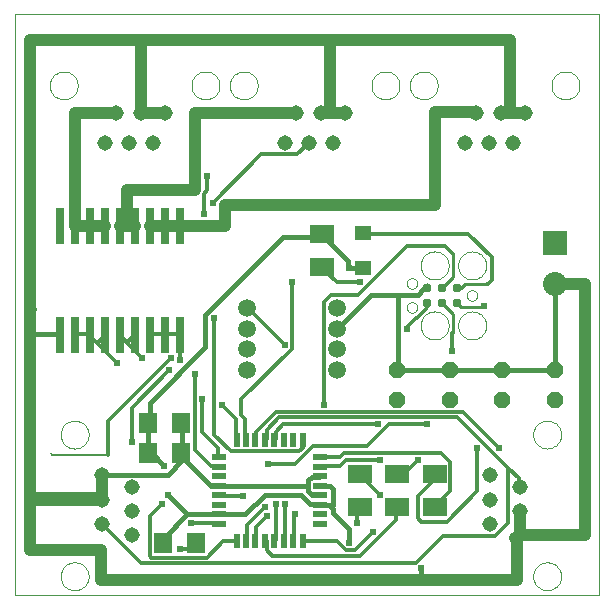
<source format=gbl>
G75*
G70*
%OFA0B0*%
%FSLAX24Y24*%
%IPPOS*%
%LPD*%
%AMOC8*
5,1,8,0,0,1.08239X$1,22.5*
%
%ADD10C,0.0000*%
%ADD11R,0.0500X0.0220*%
%ADD12R,0.0220X0.0500*%
%ADD13R,0.0787X0.0630*%
%ADD14OC8,0.0520*%
%ADD15R,0.0800X0.0800*%
%ADD16C,0.0800*%
%ADD17R,0.0630X0.0709*%
%ADD18C,0.0515*%
%ADD19C,0.0594*%
%ADD20C,0.0310*%
%ADD21R,0.0551X0.0472*%
%ADD22R,0.0260X0.1200*%
%ADD23C,0.0400*%
%ADD24C,0.0180*%
%ADD25C,0.0100*%
%ADD26C,0.0240*%
%ADD27C,0.0120*%
%ADD28C,0.0080*%
D10*
X000483Y000350D02*
X000483Y019721D01*
X019978Y019721D01*
X019978Y000350D01*
X000483Y000350D01*
X002018Y000988D02*
X002020Y001031D01*
X002026Y001073D01*
X002036Y001115D01*
X002049Y001156D01*
X002067Y001195D01*
X002088Y001233D01*
X002112Y001268D01*
X002139Y001301D01*
X002170Y001332D01*
X002203Y001359D01*
X002238Y001383D01*
X002276Y001404D01*
X002315Y001422D01*
X002356Y001435D01*
X002398Y001445D01*
X002440Y001451D01*
X002483Y001453D01*
X002526Y001451D01*
X002568Y001445D01*
X002610Y001435D01*
X002651Y001422D01*
X002690Y001404D01*
X002728Y001383D01*
X002763Y001359D01*
X002796Y001332D01*
X002827Y001301D01*
X002854Y001268D01*
X002878Y001233D01*
X002899Y001195D01*
X002917Y001156D01*
X002930Y001115D01*
X002940Y001073D01*
X002946Y001031D01*
X002948Y000988D01*
X002946Y000945D01*
X002940Y000903D01*
X002930Y000861D01*
X002917Y000820D01*
X002899Y000781D01*
X002878Y000743D01*
X002854Y000708D01*
X002827Y000675D01*
X002796Y000644D01*
X002763Y000617D01*
X002728Y000593D01*
X002690Y000572D01*
X002651Y000554D01*
X002610Y000541D01*
X002568Y000531D01*
X002526Y000525D01*
X002483Y000523D01*
X002440Y000525D01*
X002398Y000531D01*
X002356Y000541D01*
X002315Y000554D01*
X002276Y000572D01*
X002238Y000593D01*
X002203Y000617D01*
X002170Y000644D01*
X002139Y000675D01*
X002112Y000708D01*
X002088Y000743D01*
X002067Y000781D01*
X002049Y000820D01*
X002036Y000861D01*
X002026Y000903D01*
X002020Y000945D01*
X002018Y000988D01*
X002018Y005712D02*
X002020Y005755D01*
X002026Y005797D01*
X002036Y005839D01*
X002049Y005880D01*
X002067Y005919D01*
X002088Y005957D01*
X002112Y005992D01*
X002139Y006025D01*
X002170Y006056D01*
X002203Y006083D01*
X002238Y006107D01*
X002276Y006128D01*
X002315Y006146D01*
X002356Y006159D01*
X002398Y006169D01*
X002440Y006175D01*
X002483Y006177D01*
X002526Y006175D01*
X002568Y006169D01*
X002610Y006159D01*
X002651Y006146D01*
X002690Y006128D01*
X002728Y006107D01*
X002763Y006083D01*
X002796Y006056D01*
X002827Y006025D01*
X002854Y005992D01*
X002878Y005957D01*
X002899Y005919D01*
X002917Y005880D01*
X002930Y005839D01*
X002940Y005797D01*
X002946Y005755D01*
X002948Y005712D01*
X002946Y005669D01*
X002940Y005627D01*
X002930Y005585D01*
X002917Y005544D01*
X002899Y005505D01*
X002878Y005467D01*
X002854Y005432D01*
X002827Y005399D01*
X002796Y005368D01*
X002763Y005341D01*
X002728Y005317D01*
X002690Y005296D01*
X002651Y005278D01*
X002610Y005265D01*
X002568Y005255D01*
X002526Y005249D01*
X002483Y005247D01*
X002440Y005249D01*
X002398Y005255D01*
X002356Y005265D01*
X002315Y005278D01*
X002276Y005296D01*
X002238Y005317D01*
X002203Y005341D01*
X002170Y005368D01*
X002139Y005399D01*
X002112Y005432D01*
X002088Y005467D01*
X002067Y005505D01*
X002049Y005544D01*
X002036Y005585D01*
X002026Y005627D01*
X002020Y005669D01*
X002018Y005712D01*
X013558Y009950D02*
X013560Y009976D01*
X013566Y010002D01*
X013575Y010026D01*
X013588Y010049D01*
X013605Y010069D01*
X013624Y010087D01*
X013646Y010102D01*
X013669Y010113D01*
X013694Y010121D01*
X013720Y010125D01*
X013746Y010125D01*
X013772Y010121D01*
X013797Y010113D01*
X013821Y010102D01*
X013842Y010087D01*
X013861Y010069D01*
X013878Y010049D01*
X013891Y010026D01*
X013900Y010002D01*
X013906Y009976D01*
X013908Y009950D01*
X013906Y009924D01*
X013900Y009898D01*
X013891Y009874D01*
X013878Y009851D01*
X013861Y009831D01*
X013842Y009813D01*
X013820Y009798D01*
X013797Y009787D01*
X013772Y009779D01*
X013746Y009775D01*
X013720Y009775D01*
X013694Y009779D01*
X013669Y009787D01*
X013645Y009798D01*
X013624Y009813D01*
X013605Y009831D01*
X013588Y009851D01*
X013575Y009874D01*
X013566Y009898D01*
X013560Y009924D01*
X013558Y009950D01*
X013558Y010750D02*
X013560Y010776D01*
X013566Y010802D01*
X013575Y010826D01*
X013588Y010849D01*
X013605Y010869D01*
X013624Y010887D01*
X013646Y010902D01*
X013669Y010913D01*
X013694Y010921D01*
X013720Y010925D01*
X013746Y010925D01*
X013772Y010921D01*
X013797Y010913D01*
X013821Y010902D01*
X013842Y010887D01*
X013861Y010869D01*
X013878Y010849D01*
X013891Y010826D01*
X013900Y010802D01*
X013906Y010776D01*
X013908Y010750D01*
X013906Y010724D01*
X013900Y010698D01*
X013891Y010674D01*
X013878Y010651D01*
X013861Y010631D01*
X013842Y010613D01*
X013820Y010598D01*
X013797Y010587D01*
X013772Y010579D01*
X013746Y010575D01*
X013720Y010575D01*
X013694Y010579D01*
X013669Y010587D01*
X013645Y010598D01*
X013624Y010613D01*
X013605Y010631D01*
X013588Y010651D01*
X013575Y010674D01*
X013566Y010698D01*
X013560Y010724D01*
X013558Y010750D01*
X014016Y011350D02*
X014018Y011393D01*
X014024Y011436D01*
X014034Y011478D01*
X014048Y011519D01*
X014065Y011558D01*
X014086Y011596D01*
X014110Y011631D01*
X014138Y011665D01*
X014168Y011695D01*
X014202Y011723D01*
X014237Y011747D01*
X014275Y011768D01*
X014314Y011785D01*
X014355Y011799D01*
X014397Y011809D01*
X014440Y011815D01*
X014483Y011817D01*
X014526Y011815D01*
X014569Y011809D01*
X014611Y011799D01*
X014652Y011785D01*
X014691Y011768D01*
X014729Y011747D01*
X014764Y011723D01*
X014798Y011695D01*
X014828Y011665D01*
X014856Y011631D01*
X014880Y011596D01*
X014901Y011558D01*
X014918Y011519D01*
X014932Y011478D01*
X014942Y011436D01*
X014948Y011393D01*
X014950Y011350D01*
X014948Y011307D01*
X014942Y011264D01*
X014932Y011222D01*
X014918Y011181D01*
X014901Y011142D01*
X014880Y011104D01*
X014856Y011069D01*
X014828Y011035D01*
X014798Y011005D01*
X014764Y010977D01*
X014729Y010953D01*
X014691Y010932D01*
X014652Y010915D01*
X014611Y010901D01*
X014569Y010891D01*
X014526Y010885D01*
X014483Y010883D01*
X014440Y010885D01*
X014397Y010891D01*
X014355Y010901D01*
X014314Y010915D01*
X014275Y010932D01*
X014237Y010953D01*
X014202Y010977D01*
X014168Y011005D01*
X014138Y011035D01*
X014110Y011069D01*
X014086Y011104D01*
X014065Y011142D01*
X014048Y011181D01*
X014034Y011222D01*
X014024Y011264D01*
X014018Y011307D01*
X014016Y011350D01*
X015266Y011350D02*
X015268Y011393D01*
X015274Y011436D01*
X015284Y011478D01*
X015298Y011519D01*
X015315Y011558D01*
X015336Y011596D01*
X015360Y011631D01*
X015388Y011665D01*
X015418Y011695D01*
X015452Y011723D01*
X015487Y011747D01*
X015525Y011768D01*
X015564Y011785D01*
X015605Y011799D01*
X015647Y011809D01*
X015690Y011815D01*
X015733Y011817D01*
X015776Y011815D01*
X015819Y011809D01*
X015861Y011799D01*
X015902Y011785D01*
X015941Y011768D01*
X015979Y011747D01*
X016014Y011723D01*
X016048Y011695D01*
X016078Y011665D01*
X016106Y011631D01*
X016130Y011596D01*
X016151Y011558D01*
X016168Y011519D01*
X016182Y011478D01*
X016192Y011436D01*
X016198Y011393D01*
X016200Y011350D01*
X016198Y011307D01*
X016192Y011264D01*
X016182Y011222D01*
X016168Y011181D01*
X016151Y011142D01*
X016130Y011104D01*
X016106Y011069D01*
X016078Y011035D01*
X016048Y011005D01*
X016014Y010977D01*
X015979Y010953D01*
X015941Y010932D01*
X015902Y010915D01*
X015861Y010901D01*
X015819Y010891D01*
X015776Y010885D01*
X015733Y010883D01*
X015690Y010885D01*
X015647Y010891D01*
X015605Y010901D01*
X015564Y010915D01*
X015525Y010932D01*
X015487Y010953D01*
X015452Y010977D01*
X015418Y011005D01*
X015388Y011035D01*
X015360Y011069D01*
X015336Y011104D01*
X015315Y011142D01*
X015298Y011181D01*
X015284Y011222D01*
X015274Y011264D01*
X015268Y011307D01*
X015266Y011350D01*
X015558Y010350D02*
X015560Y010376D01*
X015566Y010402D01*
X015575Y010426D01*
X015588Y010449D01*
X015605Y010469D01*
X015624Y010487D01*
X015646Y010502D01*
X015669Y010513D01*
X015694Y010521D01*
X015720Y010525D01*
X015746Y010525D01*
X015772Y010521D01*
X015797Y010513D01*
X015821Y010502D01*
X015842Y010487D01*
X015861Y010469D01*
X015878Y010449D01*
X015891Y010426D01*
X015900Y010402D01*
X015906Y010376D01*
X015908Y010350D01*
X015906Y010324D01*
X015900Y010298D01*
X015891Y010274D01*
X015878Y010251D01*
X015861Y010231D01*
X015842Y010213D01*
X015820Y010198D01*
X015797Y010187D01*
X015772Y010179D01*
X015746Y010175D01*
X015720Y010175D01*
X015694Y010179D01*
X015669Y010187D01*
X015645Y010198D01*
X015624Y010213D01*
X015605Y010231D01*
X015588Y010251D01*
X015575Y010274D01*
X015566Y010298D01*
X015560Y010324D01*
X015558Y010350D01*
X015266Y009350D02*
X015268Y009393D01*
X015274Y009436D01*
X015284Y009478D01*
X015298Y009519D01*
X015315Y009558D01*
X015336Y009596D01*
X015360Y009631D01*
X015388Y009665D01*
X015418Y009695D01*
X015452Y009723D01*
X015487Y009747D01*
X015525Y009768D01*
X015564Y009785D01*
X015605Y009799D01*
X015647Y009809D01*
X015690Y009815D01*
X015733Y009817D01*
X015776Y009815D01*
X015819Y009809D01*
X015861Y009799D01*
X015902Y009785D01*
X015941Y009768D01*
X015979Y009747D01*
X016014Y009723D01*
X016048Y009695D01*
X016078Y009665D01*
X016106Y009631D01*
X016130Y009596D01*
X016151Y009558D01*
X016168Y009519D01*
X016182Y009478D01*
X016192Y009436D01*
X016198Y009393D01*
X016200Y009350D01*
X016198Y009307D01*
X016192Y009264D01*
X016182Y009222D01*
X016168Y009181D01*
X016151Y009142D01*
X016130Y009104D01*
X016106Y009069D01*
X016078Y009035D01*
X016048Y009005D01*
X016014Y008977D01*
X015979Y008953D01*
X015941Y008932D01*
X015902Y008915D01*
X015861Y008901D01*
X015819Y008891D01*
X015776Y008885D01*
X015733Y008883D01*
X015690Y008885D01*
X015647Y008891D01*
X015605Y008901D01*
X015564Y008915D01*
X015525Y008932D01*
X015487Y008953D01*
X015452Y008977D01*
X015418Y009005D01*
X015388Y009035D01*
X015360Y009069D01*
X015336Y009104D01*
X015315Y009142D01*
X015298Y009181D01*
X015284Y009222D01*
X015274Y009264D01*
X015268Y009307D01*
X015266Y009350D01*
X014016Y009350D02*
X014018Y009393D01*
X014024Y009436D01*
X014034Y009478D01*
X014048Y009519D01*
X014065Y009558D01*
X014086Y009596D01*
X014110Y009631D01*
X014138Y009665D01*
X014168Y009695D01*
X014202Y009723D01*
X014237Y009747D01*
X014275Y009768D01*
X014314Y009785D01*
X014355Y009799D01*
X014397Y009809D01*
X014440Y009815D01*
X014483Y009817D01*
X014526Y009815D01*
X014569Y009809D01*
X014611Y009799D01*
X014652Y009785D01*
X014691Y009768D01*
X014729Y009747D01*
X014764Y009723D01*
X014798Y009695D01*
X014828Y009665D01*
X014856Y009631D01*
X014880Y009596D01*
X014901Y009558D01*
X014918Y009519D01*
X014932Y009478D01*
X014942Y009436D01*
X014948Y009393D01*
X014950Y009350D01*
X014948Y009307D01*
X014942Y009264D01*
X014932Y009222D01*
X014918Y009181D01*
X014901Y009142D01*
X014880Y009104D01*
X014856Y009069D01*
X014828Y009035D01*
X014798Y009005D01*
X014764Y008977D01*
X014729Y008953D01*
X014691Y008932D01*
X014652Y008915D01*
X014611Y008901D01*
X014569Y008891D01*
X014526Y008885D01*
X014483Y008883D01*
X014440Y008885D01*
X014397Y008891D01*
X014355Y008901D01*
X014314Y008915D01*
X014275Y008932D01*
X014237Y008953D01*
X014202Y008977D01*
X014168Y009005D01*
X014138Y009035D01*
X014110Y009069D01*
X014086Y009104D01*
X014065Y009142D01*
X014048Y009181D01*
X014034Y009222D01*
X014024Y009264D01*
X014018Y009307D01*
X014016Y009350D01*
X017768Y005712D02*
X017770Y005755D01*
X017776Y005797D01*
X017786Y005839D01*
X017799Y005880D01*
X017817Y005919D01*
X017838Y005957D01*
X017862Y005992D01*
X017889Y006025D01*
X017920Y006056D01*
X017953Y006083D01*
X017988Y006107D01*
X018026Y006128D01*
X018065Y006146D01*
X018106Y006159D01*
X018148Y006169D01*
X018190Y006175D01*
X018233Y006177D01*
X018276Y006175D01*
X018318Y006169D01*
X018360Y006159D01*
X018401Y006146D01*
X018440Y006128D01*
X018478Y006107D01*
X018513Y006083D01*
X018546Y006056D01*
X018577Y006025D01*
X018604Y005992D01*
X018628Y005957D01*
X018649Y005919D01*
X018667Y005880D01*
X018680Y005839D01*
X018690Y005797D01*
X018696Y005755D01*
X018698Y005712D01*
X018696Y005669D01*
X018690Y005627D01*
X018680Y005585D01*
X018667Y005544D01*
X018649Y005505D01*
X018628Y005467D01*
X018604Y005432D01*
X018577Y005399D01*
X018546Y005368D01*
X018513Y005341D01*
X018478Y005317D01*
X018440Y005296D01*
X018401Y005278D01*
X018360Y005265D01*
X018318Y005255D01*
X018276Y005249D01*
X018233Y005247D01*
X018190Y005249D01*
X018148Y005255D01*
X018106Y005265D01*
X018065Y005278D01*
X018026Y005296D01*
X017988Y005317D01*
X017953Y005341D01*
X017920Y005368D01*
X017889Y005399D01*
X017862Y005432D01*
X017838Y005467D01*
X017817Y005505D01*
X017799Y005544D01*
X017786Y005585D01*
X017776Y005627D01*
X017770Y005669D01*
X017768Y005712D01*
X017768Y000988D02*
X017770Y001031D01*
X017776Y001073D01*
X017786Y001115D01*
X017799Y001156D01*
X017817Y001195D01*
X017838Y001233D01*
X017862Y001268D01*
X017889Y001301D01*
X017920Y001332D01*
X017953Y001359D01*
X017988Y001383D01*
X018026Y001404D01*
X018065Y001422D01*
X018106Y001435D01*
X018148Y001445D01*
X018190Y001451D01*
X018233Y001453D01*
X018276Y001451D01*
X018318Y001445D01*
X018360Y001435D01*
X018401Y001422D01*
X018440Y001404D01*
X018478Y001383D01*
X018513Y001359D01*
X018546Y001332D01*
X018577Y001301D01*
X018604Y001268D01*
X018628Y001233D01*
X018649Y001195D01*
X018667Y001156D01*
X018680Y001115D01*
X018690Y001073D01*
X018696Y001031D01*
X018698Y000988D01*
X018696Y000945D01*
X018690Y000903D01*
X018680Y000861D01*
X018667Y000820D01*
X018649Y000781D01*
X018628Y000743D01*
X018604Y000708D01*
X018577Y000675D01*
X018546Y000644D01*
X018513Y000617D01*
X018478Y000593D01*
X018440Y000572D01*
X018401Y000554D01*
X018360Y000541D01*
X018318Y000531D01*
X018276Y000525D01*
X018233Y000523D01*
X018190Y000525D01*
X018148Y000531D01*
X018106Y000541D01*
X018065Y000554D01*
X018026Y000572D01*
X017988Y000593D01*
X017953Y000617D01*
X017920Y000644D01*
X017889Y000675D01*
X017862Y000708D01*
X017838Y000743D01*
X017817Y000781D01*
X017799Y000820D01*
X017786Y000861D01*
X017776Y000903D01*
X017770Y000945D01*
X017768Y000988D01*
X018380Y017350D02*
X018382Y017393D01*
X018388Y017435D01*
X018398Y017477D01*
X018411Y017518D01*
X018429Y017557D01*
X018450Y017595D01*
X018474Y017630D01*
X018501Y017663D01*
X018532Y017694D01*
X018565Y017721D01*
X018600Y017745D01*
X018638Y017766D01*
X018677Y017784D01*
X018718Y017797D01*
X018760Y017807D01*
X018802Y017813D01*
X018845Y017815D01*
X018888Y017813D01*
X018930Y017807D01*
X018972Y017797D01*
X019013Y017784D01*
X019052Y017766D01*
X019090Y017745D01*
X019125Y017721D01*
X019158Y017694D01*
X019189Y017663D01*
X019216Y017630D01*
X019240Y017595D01*
X019261Y017557D01*
X019279Y017518D01*
X019292Y017477D01*
X019302Y017435D01*
X019308Y017393D01*
X019310Y017350D01*
X019308Y017307D01*
X019302Y017265D01*
X019292Y017223D01*
X019279Y017182D01*
X019261Y017143D01*
X019240Y017105D01*
X019216Y017070D01*
X019189Y017037D01*
X019158Y017006D01*
X019125Y016979D01*
X019090Y016955D01*
X019052Y016934D01*
X019013Y016916D01*
X018972Y016903D01*
X018930Y016893D01*
X018888Y016887D01*
X018845Y016885D01*
X018802Y016887D01*
X018760Y016893D01*
X018718Y016903D01*
X018677Y016916D01*
X018638Y016934D01*
X018600Y016955D01*
X018565Y016979D01*
X018532Y017006D01*
X018501Y017037D01*
X018474Y017070D01*
X018450Y017105D01*
X018429Y017143D01*
X018411Y017182D01*
X018398Y017223D01*
X018388Y017265D01*
X018382Y017307D01*
X018380Y017350D01*
X013655Y017350D02*
X013657Y017393D01*
X013663Y017435D01*
X013673Y017477D01*
X013686Y017518D01*
X013704Y017557D01*
X013725Y017595D01*
X013749Y017630D01*
X013776Y017663D01*
X013807Y017694D01*
X013840Y017721D01*
X013875Y017745D01*
X013913Y017766D01*
X013952Y017784D01*
X013993Y017797D01*
X014035Y017807D01*
X014077Y017813D01*
X014120Y017815D01*
X014163Y017813D01*
X014205Y017807D01*
X014247Y017797D01*
X014288Y017784D01*
X014327Y017766D01*
X014365Y017745D01*
X014400Y017721D01*
X014433Y017694D01*
X014464Y017663D01*
X014491Y017630D01*
X014515Y017595D01*
X014536Y017557D01*
X014554Y017518D01*
X014567Y017477D01*
X014577Y017435D01*
X014583Y017393D01*
X014585Y017350D01*
X014583Y017307D01*
X014577Y017265D01*
X014567Y017223D01*
X014554Y017182D01*
X014536Y017143D01*
X014515Y017105D01*
X014491Y017070D01*
X014464Y017037D01*
X014433Y017006D01*
X014400Y016979D01*
X014365Y016955D01*
X014327Y016934D01*
X014288Y016916D01*
X014247Y016903D01*
X014205Y016893D01*
X014163Y016887D01*
X014120Y016885D01*
X014077Y016887D01*
X014035Y016893D01*
X013993Y016903D01*
X013952Y016916D01*
X013913Y016934D01*
X013875Y016955D01*
X013840Y016979D01*
X013807Y017006D01*
X013776Y017037D01*
X013749Y017070D01*
X013725Y017105D01*
X013704Y017143D01*
X013686Y017182D01*
X013673Y017223D01*
X013663Y017265D01*
X013657Y017307D01*
X013655Y017350D01*
X012380Y017350D02*
X012382Y017393D01*
X012388Y017435D01*
X012398Y017477D01*
X012411Y017518D01*
X012429Y017557D01*
X012450Y017595D01*
X012474Y017630D01*
X012501Y017663D01*
X012532Y017694D01*
X012565Y017721D01*
X012600Y017745D01*
X012638Y017766D01*
X012677Y017784D01*
X012718Y017797D01*
X012760Y017807D01*
X012802Y017813D01*
X012845Y017815D01*
X012888Y017813D01*
X012930Y017807D01*
X012972Y017797D01*
X013013Y017784D01*
X013052Y017766D01*
X013090Y017745D01*
X013125Y017721D01*
X013158Y017694D01*
X013189Y017663D01*
X013216Y017630D01*
X013240Y017595D01*
X013261Y017557D01*
X013279Y017518D01*
X013292Y017477D01*
X013302Y017435D01*
X013308Y017393D01*
X013310Y017350D01*
X013308Y017307D01*
X013302Y017265D01*
X013292Y017223D01*
X013279Y017182D01*
X013261Y017143D01*
X013240Y017105D01*
X013216Y017070D01*
X013189Y017037D01*
X013158Y017006D01*
X013125Y016979D01*
X013090Y016955D01*
X013052Y016934D01*
X013013Y016916D01*
X012972Y016903D01*
X012930Y016893D01*
X012888Y016887D01*
X012845Y016885D01*
X012802Y016887D01*
X012760Y016893D01*
X012718Y016903D01*
X012677Y016916D01*
X012638Y016934D01*
X012600Y016955D01*
X012565Y016979D01*
X012532Y017006D01*
X012501Y017037D01*
X012474Y017070D01*
X012450Y017105D01*
X012429Y017143D01*
X012411Y017182D01*
X012398Y017223D01*
X012388Y017265D01*
X012382Y017307D01*
X012380Y017350D01*
X007655Y017350D02*
X007657Y017393D01*
X007663Y017435D01*
X007673Y017477D01*
X007686Y017518D01*
X007704Y017557D01*
X007725Y017595D01*
X007749Y017630D01*
X007776Y017663D01*
X007807Y017694D01*
X007840Y017721D01*
X007875Y017745D01*
X007913Y017766D01*
X007952Y017784D01*
X007993Y017797D01*
X008035Y017807D01*
X008077Y017813D01*
X008120Y017815D01*
X008163Y017813D01*
X008205Y017807D01*
X008247Y017797D01*
X008288Y017784D01*
X008327Y017766D01*
X008365Y017745D01*
X008400Y017721D01*
X008433Y017694D01*
X008464Y017663D01*
X008491Y017630D01*
X008515Y017595D01*
X008536Y017557D01*
X008554Y017518D01*
X008567Y017477D01*
X008577Y017435D01*
X008583Y017393D01*
X008585Y017350D01*
X008583Y017307D01*
X008577Y017265D01*
X008567Y017223D01*
X008554Y017182D01*
X008536Y017143D01*
X008515Y017105D01*
X008491Y017070D01*
X008464Y017037D01*
X008433Y017006D01*
X008400Y016979D01*
X008365Y016955D01*
X008327Y016934D01*
X008288Y016916D01*
X008247Y016903D01*
X008205Y016893D01*
X008163Y016887D01*
X008120Y016885D01*
X008077Y016887D01*
X008035Y016893D01*
X007993Y016903D01*
X007952Y016916D01*
X007913Y016934D01*
X007875Y016955D01*
X007840Y016979D01*
X007807Y017006D01*
X007776Y017037D01*
X007749Y017070D01*
X007725Y017105D01*
X007704Y017143D01*
X007686Y017182D01*
X007673Y017223D01*
X007663Y017265D01*
X007657Y017307D01*
X007655Y017350D01*
X006380Y017350D02*
X006382Y017393D01*
X006388Y017435D01*
X006398Y017477D01*
X006411Y017518D01*
X006429Y017557D01*
X006450Y017595D01*
X006474Y017630D01*
X006501Y017663D01*
X006532Y017694D01*
X006565Y017721D01*
X006600Y017745D01*
X006638Y017766D01*
X006677Y017784D01*
X006718Y017797D01*
X006760Y017807D01*
X006802Y017813D01*
X006845Y017815D01*
X006888Y017813D01*
X006930Y017807D01*
X006972Y017797D01*
X007013Y017784D01*
X007052Y017766D01*
X007090Y017745D01*
X007125Y017721D01*
X007158Y017694D01*
X007189Y017663D01*
X007216Y017630D01*
X007240Y017595D01*
X007261Y017557D01*
X007279Y017518D01*
X007292Y017477D01*
X007302Y017435D01*
X007308Y017393D01*
X007310Y017350D01*
X007308Y017307D01*
X007302Y017265D01*
X007292Y017223D01*
X007279Y017182D01*
X007261Y017143D01*
X007240Y017105D01*
X007216Y017070D01*
X007189Y017037D01*
X007158Y017006D01*
X007125Y016979D01*
X007090Y016955D01*
X007052Y016934D01*
X007013Y016916D01*
X006972Y016903D01*
X006930Y016893D01*
X006888Y016887D01*
X006845Y016885D01*
X006802Y016887D01*
X006760Y016893D01*
X006718Y016903D01*
X006677Y016916D01*
X006638Y016934D01*
X006600Y016955D01*
X006565Y016979D01*
X006532Y017006D01*
X006501Y017037D01*
X006474Y017070D01*
X006450Y017105D01*
X006429Y017143D01*
X006411Y017182D01*
X006398Y017223D01*
X006388Y017265D01*
X006382Y017307D01*
X006380Y017350D01*
X001655Y017350D02*
X001657Y017393D01*
X001663Y017435D01*
X001673Y017477D01*
X001686Y017518D01*
X001704Y017557D01*
X001725Y017595D01*
X001749Y017630D01*
X001776Y017663D01*
X001807Y017694D01*
X001840Y017721D01*
X001875Y017745D01*
X001913Y017766D01*
X001952Y017784D01*
X001993Y017797D01*
X002035Y017807D01*
X002077Y017813D01*
X002120Y017815D01*
X002163Y017813D01*
X002205Y017807D01*
X002247Y017797D01*
X002288Y017784D01*
X002327Y017766D01*
X002365Y017745D01*
X002400Y017721D01*
X002433Y017694D01*
X002464Y017663D01*
X002491Y017630D01*
X002515Y017595D01*
X002536Y017557D01*
X002554Y017518D01*
X002567Y017477D01*
X002577Y017435D01*
X002583Y017393D01*
X002585Y017350D01*
X002583Y017307D01*
X002577Y017265D01*
X002567Y017223D01*
X002554Y017182D01*
X002536Y017143D01*
X002515Y017105D01*
X002491Y017070D01*
X002464Y017037D01*
X002433Y017006D01*
X002400Y016979D01*
X002365Y016955D01*
X002327Y016934D01*
X002288Y016916D01*
X002247Y016903D01*
X002205Y016893D01*
X002163Y016887D01*
X002120Y016885D01*
X002077Y016887D01*
X002035Y016893D01*
X001993Y016903D01*
X001952Y016916D01*
X001913Y016934D01*
X001875Y016955D01*
X001840Y016979D01*
X001807Y017006D01*
X001776Y017037D01*
X001749Y017070D01*
X001725Y017105D01*
X001704Y017143D01*
X001686Y017182D01*
X001673Y017223D01*
X001663Y017265D01*
X001657Y017307D01*
X001655Y017350D01*
D11*
X007293Y004952D03*
X007293Y004637D03*
X007293Y004322D03*
X007293Y004007D03*
X007293Y003693D03*
X007293Y003378D03*
X007293Y003063D03*
X007293Y002748D03*
X010673Y002748D03*
X010673Y003063D03*
X010673Y003378D03*
X010673Y003693D03*
X010673Y004007D03*
X010673Y004322D03*
X010673Y004637D03*
X010673Y004952D03*
D12*
X010085Y005540D03*
X009770Y005540D03*
X009455Y005540D03*
X009140Y005540D03*
X008825Y005540D03*
X008510Y005540D03*
X008195Y005540D03*
X007880Y005540D03*
X007880Y002160D03*
X008195Y002160D03*
X008510Y002160D03*
X008825Y002160D03*
X009140Y002160D03*
X009455Y002160D03*
X009770Y002160D03*
X010085Y002160D03*
D13*
X011983Y003299D03*
X011983Y004401D03*
X013233Y004401D03*
X013233Y003299D03*
X014483Y003299D03*
X014483Y004401D03*
X010733Y011299D03*
X010733Y012401D03*
D14*
X013233Y007850D03*
X013233Y006850D03*
X014983Y006850D03*
X014983Y007850D03*
X016733Y007850D03*
X016733Y006850D03*
X018483Y006850D03*
X018483Y007850D03*
D15*
X018483Y012100D03*
D16*
X018483Y010722D03*
D17*
X006534Y002100D03*
X005431Y002100D03*
X004931Y005100D03*
X004931Y006100D03*
X006034Y006100D03*
X006034Y005100D03*
D18*
X004388Y003956D03*
X004388Y003153D03*
X004388Y002350D03*
X003388Y002744D03*
X003388Y003547D03*
X003388Y004350D03*
X003483Y015444D03*
X004286Y015444D03*
X005089Y015444D03*
X005483Y016444D03*
X004679Y016444D03*
X003876Y016444D03*
X009483Y015444D03*
X010286Y015444D03*
X011089Y015444D03*
X011483Y016444D03*
X010679Y016444D03*
X009876Y016444D03*
X015483Y015444D03*
X016286Y015444D03*
X017089Y015444D03*
X017483Y016444D03*
X016679Y016444D03*
X015876Y016444D03*
X016327Y004350D03*
X016327Y003547D03*
X016327Y002744D03*
X017327Y002350D03*
X017327Y003153D03*
X017327Y003956D03*
D19*
X011233Y007869D03*
X011233Y008556D03*
X011233Y009244D03*
X011233Y009931D03*
X008233Y009931D03*
X008233Y009244D03*
X008233Y008556D03*
X008233Y007869D03*
D20*
X014233Y010100D03*
X014733Y010100D03*
X015233Y010100D03*
X015233Y010600D03*
X014733Y010600D03*
X014233Y010600D03*
D21*
X012108Y011259D03*
X012108Y012441D03*
D22*
X005983Y012655D03*
X005483Y012655D03*
X004983Y012655D03*
X004483Y012655D03*
X003983Y012655D03*
X003483Y012655D03*
X002983Y012655D03*
X002483Y012655D03*
X001983Y012655D03*
X001983Y009030D03*
X002483Y009045D03*
X002983Y009045D03*
X003483Y009045D03*
X003983Y009045D03*
X004483Y009045D03*
X004983Y009045D03*
X005483Y009045D03*
X005983Y009045D03*
D23*
X005983Y012655D02*
X005483Y012655D01*
X005482Y012655D01*
X004983Y012655D01*
X007483Y012655D01*
X007483Y013350D01*
X014483Y013350D01*
X014483Y016475D01*
X015876Y016475D01*
X015876Y016444D01*
X016679Y016444D02*
X016983Y016444D01*
X016983Y018850D01*
X010983Y018850D01*
X004679Y018850D01*
X004679Y016444D01*
X005483Y016444D01*
X006483Y016444D02*
X009876Y016444D01*
X010679Y016444D02*
X010983Y016444D01*
X011483Y016444D01*
X010983Y016444D02*
X010983Y018850D01*
X006483Y016444D02*
X006483Y013850D01*
X004233Y013850D01*
X004233Y012655D01*
X003983Y012655D01*
X004483Y012655D01*
X004483Y012655D01*
X003483Y012655D02*
X002983Y012655D01*
X002983Y012655D01*
X002483Y012655D01*
X002483Y016444D01*
X003876Y016444D01*
X004679Y018850D02*
X000983Y018850D01*
X000983Y009850D01*
X000983Y009050D01*
X000983Y003600D01*
X003388Y003600D01*
X003388Y004350D01*
X003388Y003547D01*
X000983Y003547D01*
X000983Y001850D01*
X003358Y001850D01*
X003358Y000850D01*
X014043Y000850D01*
X017233Y000850D01*
X017233Y002270D01*
X017153Y002270D01*
X017327Y002350D02*
X019483Y002350D01*
X019483Y010722D01*
X018483Y010722D01*
X017483Y016444D02*
X016679Y016444D01*
X017327Y003153D02*
X017327Y002350D01*
X002483Y012655D02*
X002483Y012655D01*
X000983Y003600D02*
X000983Y003547D01*
D24*
X003388Y004350D02*
X003543Y004370D01*
X005583Y004370D01*
X006063Y004850D01*
X006034Y005100D01*
X006063Y005150D01*
X006063Y006050D01*
X006034Y006100D01*
X006034Y005100D02*
X006063Y005090D01*
X006063Y004970D01*
X007023Y004010D01*
X007203Y004010D01*
X007293Y004007D01*
X007383Y004010D01*
X010263Y004010D01*
X010263Y003830D01*
X010383Y003710D01*
X010623Y003710D01*
X010673Y003693D01*
X010683Y003710D01*
X010623Y003410D02*
X010673Y003378D01*
X010683Y003350D01*
X010983Y003350D01*
X011043Y003290D01*
X011103Y003350D01*
X011103Y003890D01*
X010983Y004010D01*
X010683Y004010D01*
X010673Y004007D01*
X010623Y004310D02*
X010383Y004310D01*
X010263Y004190D01*
X010263Y004010D01*
X010023Y003710D02*
X010323Y003410D01*
X010623Y003410D01*
X011043Y003290D02*
X011103Y003230D01*
X011103Y003110D01*
X011643Y002570D01*
X011643Y002090D01*
X010023Y003710D02*
X008823Y003710D01*
X008163Y003050D01*
X007383Y003050D01*
X007293Y003063D01*
X007263Y003050D01*
X006243Y003050D01*
X005583Y003710D01*
X006243Y003050D02*
X005463Y002270D01*
X005463Y002150D01*
X005431Y002100D01*
X007293Y004007D02*
X007323Y004010D01*
X005463Y004670D02*
X004983Y005150D01*
X004931Y005100D01*
X004923Y005150D01*
X004923Y006050D01*
X004931Y006100D01*
X004983Y006170D01*
X004983Y006770D01*
X006843Y008630D01*
X006843Y009710D01*
X009423Y012290D01*
X010683Y012290D01*
X010733Y012401D01*
X010743Y012350D01*
X011583Y011510D01*
X011583Y011330D01*
X011643Y011270D01*
X012063Y011270D01*
X012108Y011259D01*
X012363Y010370D02*
X011283Y009290D01*
X011233Y009244D01*
X012363Y010370D02*
X013263Y010370D01*
X013263Y007910D01*
X013233Y007850D01*
X014983Y007850D01*
X016733Y007850D01*
X018483Y007850D01*
X018483Y010722D01*
X016743Y007850D02*
X016733Y007850D01*
X014103Y010550D02*
X013923Y010370D01*
X013263Y010370D01*
X014103Y010550D02*
X014223Y010550D01*
X014233Y010600D01*
X010673Y004322D02*
X010623Y004310D01*
X014043Y001250D02*
X014043Y000850D01*
X017153Y002270D02*
X017327Y002350D01*
X001983Y009030D02*
X001923Y009050D01*
X000983Y009050D01*
X000983Y009850D02*
X001143Y009890D01*
X001983Y009050D02*
X001983Y009030D01*
D25*
X013858Y009600D02*
X014233Y009975D01*
X014233Y010100D01*
X014733Y010100D02*
X015108Y009725D01*
X015108Y009110D01*
X015108Y009100D01*
X015358Y009975D02*
X015233Y010100D01*
X015358Y009975D02*
X016108Y009975D01*
X015358Y010600D02*
X015483Y010725D01*
X016233Y010725D01*
X015358Y010600D02*
X015233Y010600D01*
X015108Y010975D02*
X015108Y011725D01*
X015108Y010975D02*
X014733Y010600D01*
X014233Y010600D02*
X014233Y010725D01*
D26*
X013563Y009230D03*
X015063Y008510D03*
X016143Y010010D03*
X012003Y010790D03*
X011643Y011270D03*
X009723Y010790D03*
X009483Y008690D03*
X010803Y006710D03*
X012603Y006050D03*
X012663Y004850D03*
X012663Y003710D03*
X011883Y002750D03*
X012423Y002450D03*
X011643Y002090D03*
X009843Y003050D03*
X009483Y003410D03*
X009183Y003410D03*
X008823Y003290D03*
X008883Y002990D03*
X008103Y003650D03*
X008943Y004730D03*
X007383Y006710D03*
X006723Y006890D03*
X006483Y007730D03*
X006003Y008210D03*
X005703Y008270D03*
X005643Y007850D03*
X004743Y008270D03*
X003903Y008090D03*
X004383Y005450D03*
X005463Y004670D03*
X005583Y003710D03*
X005403Y003410D03*
X006363Y002750D03*
X006003Y001910D03*
X007143Y009590D03*
X006783Y013070D03*
X007083Y013430D03*
X006903Y014330D03*
X014223Y006050D03*
X013923Y004850D03*
X015903Y005270D03*
X016623Y005270D03*
X014043Y001250D03*
D27*
X013863Y001430D02*
X014763Y002330D01*
X016503Y002330D01*
X016923Y002750D01*
X016923Y004550D01*
X016953Y004580D01*
X015243Y006290D01*
X009303Y006290D01*
X008883Y005870D01*
X008883Y005570D01*
X008825Y005540D01*
X008523Y005570D02*
X008510Y005540D01*
X008523Y005570D02*
X008523Y005810D01*
X009183Y006470D01*
X015423Y006470D01*
X016623Y005270D01*
X016953Y004580D02*
X017283Y004250D01*
X017283Y004010D01*
X017327Y003956D01*
X015903Y003830D02*
X015903Y005270D01*
X015003Y004790D02*
X015003Y003830D01*
X014523Y003350D01*
X014483Y003299D01*
X014883Y002810D02*
X014043Y002810D01*
X013923Y002930D01*
X013923Y003650D01*
X014463Y004190D01*
X014463Y004370D01*
X014483Y004401D01*
X013923Y004850D02*
X013503Y004430D01*
X013263Y004430D01*
X013233Y004401D01*
X012663Y004850D02*
X011523Y004850D01*
X011343Y004670D01*
X010683Y004670D01*
X010673Y004637D01*
X010673Y004952D02*
X010683Y004970D01*
X011343Y004970D01*
X011463Y005090D01*
X014703Y005090D01*
X015003Y004790D01*
X015903Y003830D02*
X014883Y002810D01*
X013863Y001430D02*
X004683Y001430D01*
X003423Y002690D01*
X003388Y002744D01*
X004983Y002990D02*
X004983Y001670D01*
X005043Y001610D01*
X006903Y001610D01*
X007443Y002150D01*
X007863Y002150D01*
X007880Y002160D01*
X008195Y002160D02*
X008223Y002210D01*
X008223Y002690D01*
X008823Y003290D01*
X008883Y002990D02*
X008523Y002630D01*
X008523Y002210D01*
X008510Y002160D01*
X008825Y002160D02*
X008883Y002150D01*
X008883Y001850D01*
X009063Y001670D01*
X012003Y001670D01*
X013203Y002870D01*
X013203Y003290D01*
X013233Y003299D01*
X012663Y003710D02*
X012003Y004370D01*
X011983Y004401D01*
X012243Y005330D02*
X010443Y005330D01*
X009843Y004730D01*
X008943Y004730D01*
X009140Y005540D02*
X009183Y005570D01*
X009183Y005810D01*
X009423Y006050D01*
X012603Y006050D01*
X012963Y006050D02*
X012243Y005330D01*
X012963Y006050D02*
X014223Y006050D01*
X015063Y008510D02*
X015063Y009110D01*
X015108Y009110D01*
X016108Y009975D02*
X016143Y010010D01*
X016233Y010725D02*
X016263Y010730D01*
X016383Y010850D01*
X016383Y011630D01*
X015603Y012410D01*
X012123Y012410D01*
X012108Y012441D01*
X013563Y011990D02*
X011943Y010370D01*
X011043Y010370D01*
X010803Y010130D01*
X010803Y006710D01*
X010085Y005540D02*
X010083Y005510D01*
X010083Y005270D01*
X009963Y005150D01*
X007683Y005150D01*
X007143Y005690D01*
X007143Y009590D01*
X008233Y009931D02*
X008283Y009890D01*
X009483Y008690D01*
X009723Y008570D02*
X009723Y010790D01*
X010743Y011270D02*
X010733Y011299D01*
X010743Y011270D02*
X011223Y010790D01*
X012003Y010790D01*
X013563Y011990D02*
X014823Y011990D01*
X015063Y011750D01*
X015108Y011725D01*
X013858Y009600D02*
X013863Y009590D01*
X013563Y009290D01*
X013563Y009230D01*
X009723Y008570D02*
X008043Y006890D01*
X008043Y006350D01*
X008163Y006230D01*
X008163Y005570D01*
X008195Y005540D01*
X007880Y005540D02*
X007863Y005570D01*
X007863Y006230D01*
X007383Y006710D01*
X006723Y006890D02*
X006723Y005810D01*
X007263Y005270D01*
X007263Y004970D01*
X007293Y004952D01*
X007263Y004670D02*
X007293Y004637D01*
X007263Y004670D02*
X007023Y004670D01*
X006483Y005210D01*
X006483Y007730D01*
X006003Y008210D02*
X006003Y008990D01*
X005983Y009045D01*
X005943Y009050D01*
X005523Y009050D01*
X005483Y009045D01*
X005463Y009050D01*
X004983Y009050D01*
X004983Y009045D01*
X004483Y009045D02*
X004443Y008990D01*
X004233Y008780D01*
X004743Y008270D01*
X004233Y008780D02*
X004023Y008990D01*
X003983Y009045D01*
X003483Y009045D02*
X003483Y008990D01*
X003243Y008750D01*
X003903Y008090D01*
X003243Y008750D02*
X003003Y008990D01*
X002983Y009045D01*
X002943Y009050D01*
X002523Y009050D01*
X002483Y009045D01*
X004383Y006590D02*
X005643Y007850D01*
X005703Y008270D02*
X003603Y006170D01*
X003603Y005030D01*
X004383Y005450D02*
X004383Y006590D01*
X007293Y003693D02*
X007323Y003650D01*
X008103Y003650D01*
X009183Y003410D02*
X009183Y002210D01*
X009140Y002160D01*
X009455Y002160D02*
X009483Y002210D01*
X009483Y003410D01*
X009843Y003050D02*
X009783Y002990D01*
X009783Y002210D01*
X009770Y002160D01*
X010085Y002160D02*
X010143Y002150D01*
X011223Y002150D01*
X011523Y001850D01*
X011823Y001850D01*
X012423Y002450D01*
X011883Y002750D02*
X011883Y003230D01*
X011943Y003290D01*
X011983Y003299D01*
X007293Y002748D02*
X007263Y002750D01*
X006363Y002750D01*
X006483Y002090D02*
X006534Y002100D01*
X006483Y002090D02*
X006303Y001910D01*
X006003Y001910D01*
X004983Y002990D02*
X005403Y003410D01*
X006783Y013070D02*
X006783Y013730D01*
X006903Y013850D01*
X006903Y014330D01*
X007083Y013430D02*
X008703Y015050D01*
X009903Y015050D01*
X010263Y015410D01*
X010286Y015444D01*
D28*
X003603Y005030D02*
X001743Y005030D01*
X001683Y005090D01*
M02*

</source>
